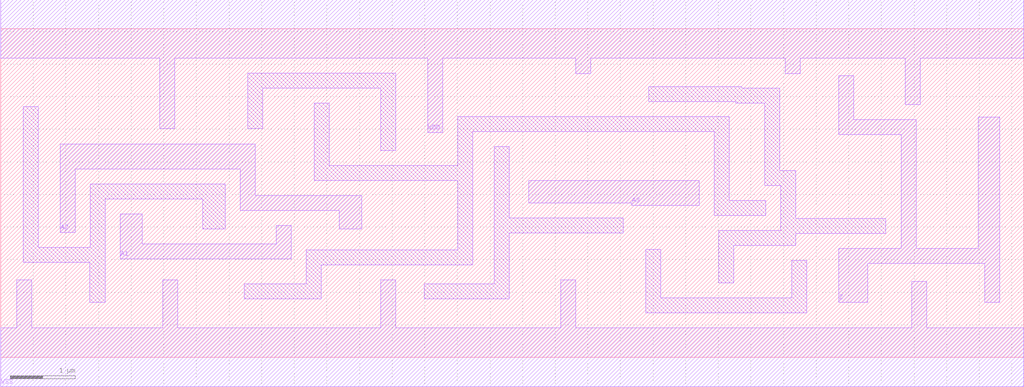
<source format=lef>
# Copyright 2022 GlobalFoundries PDK Authors
#
# Licensed under the Apache License, Version 2.0 (the "License");
# you may not use this file except in compliance with the License.
# You may obtain a copy of the License at
#
#      http://www.apache.org/licenses/LICENSE-2.0
#
# Unless required by applicable law or agreed to in writing, software
# distributed under the License is distributed on an "AS IS" BASIS,
# WITHOUT WARRANTIES OR CONDITIONS OF ANY KIND, either express or implied.
# See the License for the specific language governing permissions and
# limitations under the License.

MACRO gf180mcu_fd_sc_mcu9t5v0__xor3_2
  CLASS core ;
  FOREIGN gf180mcu_fd_sc_mcu9t5v0__xor3_2 0.0 0.0 ;
  ORIGIN 0 0 ;
  SYMMETRY X Y ;
  SITE GF018hv5v_green_sc9 ;
  SIZE 15.68 BY 5.04 ;
  PIN A1
    DIRECTION INPUT ;
    ANTENNAGATEAREA 1.317 ;
    PORT
      LAYER Metal1 ;
        POLYGON 1.83 1.51 4.455 1.51 4.455 2.025 4.225 2.025 4.225 1.74 2.17 1.74 2.17 2.2 1.83 2.2  ;
    END
  END A1
  PIN A2
    DIRECTION INPUT ;
    ANTENNAGATEAREA 1.317 ;
    PORT
      LAYER Metal1 ;
        POLYGON 0.91 1.915 1.14 1.915 1.14 2.89 3.44 2.89 3.67 2.89 3.67 2.255 5.19 2.255 5.19 1.97 5.53 1.97 5.53 2.485 3.9 2.485 3.9 3.27 3.44 3.27 0.91 3.27  ;
    END
  END A2
  PIN A3
    DIRECTION INPUT ;
    ANTENNAGATEAREA 2.5605 ;
    PORT
      LAYER Metal1 ;
        POLYGON 8.09 2.37 9.54 2.37 9.67 2.37 9.67 2.33 10.71 2.33 10.71 2.71 9.54 2.71 8.09 2.71  ;
    END
  END A3
  PIN Z
    DIRECTION OUTPUT ;
    ANTENNADIFFAREA 2.772 ;
    PORT
      LAYER Metal1 ;
        POLYGON 12.845 3.415 13.57 3.415 13.8 3.415 13.8 1.67 12.845 1.67 12.845 0.845 13.29 0.845 13.29 1.44 15.085 1.44 15.085 0.845 15.315 0.845 15.315 3.685 14.985 3.685 14.985 1.67 14.03 1.67 14.03 3.645 13.57 3.645 13.075 3.645 13.075 4.32 12.845 4.32  ;
    END
  END Z
  PIN VDD
    DIRECTION INOUT ;
    USE power ;
    SHAPE ABUTMENT ;
    PORT
      LAYER Metal1 ;
        POLYGON 0 4.59 2.435 4.59 2.435 3.51 2.665 3.51 2.665 4.59 3.44 4.59 6.055 4.59 6.545 4.59 6.545 3.45 6.775 3.45 6.775 4.59 8.815 4.59 8.815 4.35 9.045 4.35 9.045 4.59 12.025 4.59 12.025 4.35 12.255 4.35 12.255 4.59 13.57 4.59 13.865 4.59 13.865 3.875 14.095 3.875 14.095 4.59 15.68 4.59 15.68 5.49 13.57 5.49 6.055 5.49 3.44 5.49 0 5.49  ;
    END
  END VDD
  PIN VSS
    DIRECTION INOUT ;
    USE ground ;
    SHAPE ABUTMENT ;
    PORT
      LAYER Metal1 ;
        POLYGON 0 -0.45 15.68 -0.45 15.68 0.45 14.195 0.45 14.195 1.165 13.965 1.165 13.965 0.45 8.815 0.45 8.815 1.185 8.585 1.185 8.585 0.45 6.055 0.45 6.055 1.185 5.825 1.185 5.825 0.45 2.715 0.45 2.715 1.185 2.485 1.185 2.485 0.45 0.475 0.45 0.475 1.185 0.245 1.185 0.245 0.45 0 0.45  ;
    END
  END VSS
  OBS
      LAYER Metal1 ;
        POLYGON 0.345 1.455 1.365 1.455 1.365 0.845 1.6 0.845 1.6 2.43 3.1 2.43 3.1 1.97 3.44 1.97 3.44 2.66 1.37 2.66 1.37 1.685 0.575 1.685 0.575 3.85 0.345 3.85  ;
        POLYGON 3.785 3.51 4.015 3.51 4.015 4.13 5.825 4.13 5.825 3.175 6.055 3.175 6.055 4.36 3.785 4.36  ;
        POLYGON 6.49 0.9 7.795 0.9 7.795 1.91 9.54 1.91 9.54 2.14 7.795 2.14 7.795 3.235 7.565 3.235 7.565 1.13 6.49 1.13  ;
        POLYGON 4.805 2.715 7.005 2.715 7.005 1.645 4.685 1.645 4.685 1.13 3.73 1.13 3.73 0.9 4.915 0.9 4.915 1.415 7.235 1.415 7.235 3.465 10.94 3.465 10.94 2.18 11.73 2.18 11.73 2.41 11.17 2.41 11.17 3.695 7.005 3.695 7.005 2.945 5.035 2.945 5.035 3.9 4.805 3.9  ;
        POLYGON 9.885 0.68 12.355 0.68 12.355 1.49 12.125 1.49 12.125 0.91 10.115 0.91 10.115 1.655 9.885 1.655  ;
        POLYGON 9.93 3.925 11.265 3.925 11.265 3.905 11.71 3.905 11.71 2.64 11.96 2.64 11.96 1.95 11.005 1.95 11.005 1.14 11.235 1.14 11.235 1.72 12.185 1.72 12.185 1.9 13.57 1.9 13.57 2.13 12.19 2.13 12.19 2.87 11.94 2.87 11.94 4.135 11.36 4.135 11.36 4.155 9.93 4.155  ;
  END
END gf180mcu_fd_sc_mcu9t5v0__xor3_2

</source>
